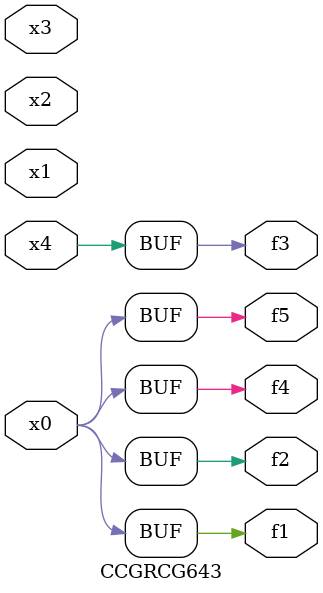
<source format=v>
module CCGRCG643(
	input x0, x1, x2, x3, x4,
	output f1, f2, f3, f4, f5
);
	assign f1 = x0;
	assign f2 = x0;
	assign f3 = x4;
	assign f4 = x0;
	assign f5 = x0;
endmodule

</source>
